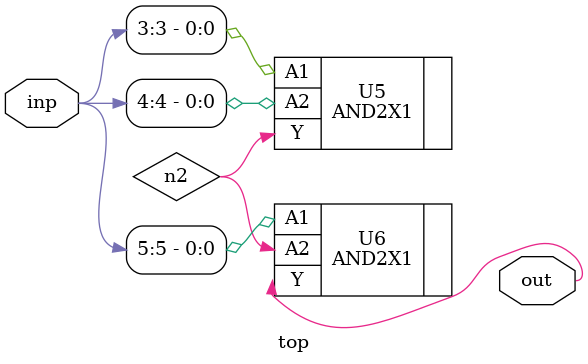
<source format=sv>


module top ( inp, out );
  input [5:0] inp;
  output out;
  wire   n2;

  AND2X1 U5 ( .A1(inp[3]), .A2(inp[4]), .Y(n2) );
  AND2X1 U6 ( .A1(inp[5]), .A2(n2), .Y(out) );
endmodule


</source>
